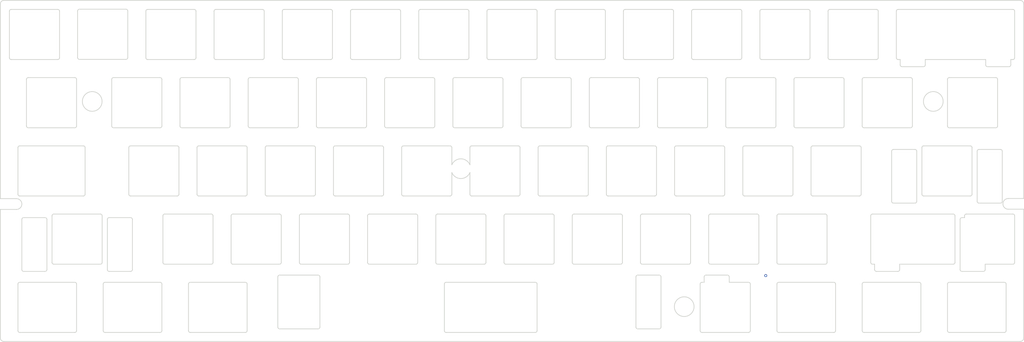
<source format=kicad_pcb>
(kicad_pcb (version 20171130) (host pcbnew "(5.1.4)-1")

  (general
    (thickness 1.6)
    (drawings 597)
    (tracks 1)
    (zones 0)
    (modules 0)
    (nets 1)
  )

  (page A4)
  (layers
    (0 F.Cu signal)
    (31 B.Cu signal)
    (32 B.Adhes user)
    (33 F.Adhes user)
    (34 B.Paste user)
    (35 F.Paste user)
    (36 B.SilkS user)
    (37 F.SilkS user)
    (38 B.Mask user)
    (39 F.Mask user)
    (40 Dwgs.User user)
    (41 Cmts.User user)
    (42 Eco1.User user)
    (43 Eco2.User user)
    (44 Edge.Cuts user)
    (45 Margin user)
    (46 B.CrtYd user)
    (47 F.CrtYd user)
    (48 B.Fab user)
    (49 F.Fab user)
  )

  (setup
    (last_trace_width 0.25)
    (trace_clearance 0.2)
    (zone_clearance 0.508)
    (zone_45_only no)
    (trace_min 0.2)
    (via_size 0.8)
    (via_drill 0.4)
    (via_min_size 0.4)
    (via_min_drill 0.3)
    (uvia_size 0.3)
    (uvia_drill 0.1)
    (uvias_allowed no)
    (uvia_min_size 0.2)
    (uvia_min_drill 0.1)
    (edge_width 0.05)
    (segment_width 0.2)
    (pcb_text_width 0.3)
    (pcb_text_size 1.5 1.5)
    (mod_edge_width 0.12)
    (mod_text_size 1 1)
    (mod_text_width 0.15)
    (pad_size 1.524 1.524)
    (pad_drill 0.762)
    (pad_to_mask_clearance 0.051)
    (solder_mask_min_width 0.25)
    (aux_axis_origin 0 0)
    (visible_elements FFFFFF7F)
    (pcbplotparams
      (layerselection 0x010f0_ffffffff)
      (usegerberextensions false)
      (usegerberattributes false)
      (usegerberadvancedattributes false)
      (creategerberjobfile false)
      (excludeedgelayer true)
      (linewidth 0.100000)
      (plotframeref false)
      (viasonmask false)
      (mode 1)
      (useauxorigin false)
      (hpglpennumber 1)
      (hpglpenspeed 20)
      (hpglpendiameter 15.000000)
      (psnegative false)
      (psa4output false)
      (plotreference true)
      (plotvalue true)
      (plotinvisibletext false)
      (padsonsilk false)
      (subtractmaskfromsilk false)
      (outputformat 1)
      (mirror false)
      (drillshape 0)
      (scaleselection 1)
      (outputdirectory "Gerbers/"))
  )

  (net 0 "")

  (net_class Default "This is the default net class."
    (clearance 0.2)
    (trace_width 0.25)
    (via_dia 0.8)
    (via_drill 0.4)
    (uvia_dia 0.3)
    (uvia_drill 0.1)
  )

  (gr_line (start 294.89 105.29) (end 11.139999 105.29) (layer Edge.Cuts) (width 0.2))
  (gr_line (start 10.14 104.29) (end 10.14 68.415) (layer Edge.Cuts) (width 0.2))
  (gr_arc (start 11.139999 104.29) (end 10.14 104.29) (angle -90) (layer Edge.Cuts) (width 0.2))
  (gr_arc (start 294.89 104.29) (end 294.89 105.29) (angle -90) (layer Edge.Cuts) (width 0.2))
  (gr_line (start 295.89 68.36125) (end 295.89 104.289999) (layer Edge.Cuts) (width 0.2))
  (gr_line (start 291.590001 68.36125) (end 295.89 68.36125) (layer Edge.Cuts) (width 0.2))
  (gr_arc (start 291.590001 66.86125) (end 291.590001 65.36125) (angle -180) (layer Edge.Cuts) (width 0.2))
  (gr_line (start 295.89 65.36125) (end 291.590001 65.36125) (layer Edge.Cuts) (width 0.2))
  (gr_line (start 295.89 11.039999) (end 295.89 65.36125) (layer Edge.Cuts) (width 0.2))
  (gr_arc (start 294.89 11.04) (end 295.89 11.039999) (angle -90) (layer Edge.Cuts) (width 0.2))
  (gr_line (start 11.14 10.04) (end 294.89 10.04) (layer Edge.Cuts) (width 0.2))
  (gr_arc (start 11.14 11.04) (end 11.14 10.04) (angle -90) (layer Edge.Cuts) (width 0.2))
  (gr_line (start 10.14 65.415) (end 10.14 11.04) (layer Edge.Cuts) (width 0.2))
  (gr_line (start 14.640001 65.415) (end 10.14 65.415) (layer Edge.Cuts) (width 0.2))
  (gr_arc (start 14.640001 66.915) (end 14.640001 68.415) (angle -180) (layer Edge.Cuts) (width 0.2))
  (gr_line (start 10.14 68.415) (end 14.640001 68.415) (layer Edge.Cuts) (width 0.2))
  (gr_line (start 108.415 12.565) (end 121.415 12.564999) (layer Edge.Cuts) (width 0.2))
  (gr_arc (start 108.414999 13.065) (end 108.415 12.565) (angle -90) (layer Edge.Cuts) (width 0.2))
  (gr_line (start 107.915 26.064999) (end 107.914999 13.065) (layer Edge.Cuts) (width 0.2))
  (gr_arc (start 108.415 26.065) (end 107.915 26.064999) (angle -90) (layer Edge.Cuts) (width 0.2))
  (gr_line (start 121.415 26.565) (end 108.415 26.565) (layer Edge.Cuts) (width 0.2))
  (gr_arc (start 121.415 26.065) (end 121.415 26.565) (angle -90) (layer Edge.Cuts) (width 0.2))
  (gr_line (start 121.915 13.065) (end 121.915 26.064999) (layer Edge.Cuts) (width 0.2))
  (gr_arc (start 121.415 13.065) (end 121.915 13.065) (angle -90) (layer Edge.Cuts) (width 0.2))
  (gr_line (start 40.00925 85.215) (end 40.009249 71.215) (layer Edge.Cuts) (width 0.2))
  (gr_arc (start 40.509249 85.214999) (end 40.00925 85.215) (angle -90) (layer Edge.Cuts) (width 0.2))
  (gr_line (start 46.50925 85.715) (end 40.50925 85.714999) (layer Edge.Cuts) (width 0.2))
  (gr_arc (start 46.50925 85.215) (end 46.50925 85.715) (angle -90) (layer Edge.Cuts) (width 0.2))
  (gr_line (start 47.00925 71.215) (end 47.00925 85.215) (layer Edge.Cuts) (width 0.2))
  (gr_arc (start 46.50925 71.215) (end 47.00925 71.215) (angle -90) (layer Edge.Cuts) (width 0.2))
  (gr_line (start 40.50925 70.715) (end 46.50925 70.715) (layer Edge.Cuts) (width 0.2))
  (gr_arc (start 40.509249 71.215) (end 40.50925 70.715) (angle -90) (layer Edge.Cuts) (width 0.2))
  (gr_line (start 55.5275 83.215) (end 55.5275 70.215) (layer Edge.Cuts) (width 0.2))
  (gr_arc (start 56.027499 83.215) (end 55.5275 83.215) (angle -90) (layer Edge.Cuts) (width 0.2))
  (gr_line (start 69.0275 83.715) (end 56.0275 83.715) (layer Edge.Cuts) (width 0.2))
  (gr_arc (start 69.0275 83.215) (end 69.0275 83.715) (angle -90) (layer Edge.Cuts) (width 0.2))
  (gr_line (start 69.5275 70.215) (end 69.5275 83.215) (layer Edge.Cuts) (width 0.2))
  (gr_arc (start 69.0275 70.215) (end 69.5275 70.215) (angle -90) (layer Edge.Cuts) (width 0.2))
  (gr_line (start 56.0275 69.715) (end 69.0275 69.715) (layer Edge.Cuts) (width 0.2))
  (gr_arc (start 56.0275 70.215) (end 56.0275 69.715) (angle -90) (layer Edge.Cuts) (width 0.2))
  (gr_line (start 126.965 26.064999) (end 126.964999 13.065) (layer Edge.Cuts) (width 0.2))
  (gr_arc (start 127.465 26.065) (end 126.965 26.064999) (angle -90) (layer Edge.Cuts) (width 0.2))
  (gr_line (start 140.464999 26.565) (end 127.465 26.565) (layer Edge.Cuts) (width 0.2))
  (gr_arc (start 140.464999 26.065) (end 140.464999 26.565) (angle -90) (layer Edge.Cuts) (width 0.2))
  (gr_line (start 140.964999 13.065) (end 140.964999 26.064999) (layer Edge.Cuts) (width 0.2))
  (gr_arc (start 140.464999 13.064999) (end 140.964999 13.065) (angle -90) (layer Edge.Cuts) (width 0.2))
  (gr_line (start 127.465 12.565) (end 140.464999 12.564999) (layer Edge.Cuts) (width 0.2))
  (gr_arc (start 127.464999 13.065) (end 127.465 12.565) (angle -90) (layer Edge.Cuts) (width 0.2))
  (gr_line (start 236.5025 64.165) (end 236.5025 51.165) (layer Edge.Cuts) (width 0.2))
  (gr_arc (start 237.002499 64.165) (end 236.5025 64.165) (angle -90) (layer Edge.Cuts) (width 0.2))
  (gr_line (start 250.0025 64.665) (end 237.0025 64.664999) (layer Edge.Cuts) (width 0.2))
  (gr_arc (start 250.0025 64.164999) (end 250.0025 64.665) (angle -90) (layer Edge.Cuts) (width 0.2))
  (gr_line (start 250.5025 51.165) (end 250.5025 64.165) (layer Edge.Cuts) (width 0.2))
  (gr_arc (start 250.0025 51.164999) (end 250.5025 51.165) (angle -90) (layer Edge.Cuts) (width 0.2))
  (gr_line (start 237.0025 50.665) (end 250.0025 50.665) (layer Edge.Cuts) (width 0.2))
  (gr_arc (start 237.0025 51.165) (end 237.0025 50.665) (angle -90) (layer Edge.Cuts) (width 0.2))
  (gr_line (start 282.89675 66.165) (end 282.89675 52.165) (layer Edge.Cuts) (width 0.2))
  (gr_arc (start 283.396749 66.165) (end 282.89675 66.165) (angle -90) (layer Edge.Cuts) (width 0.2))
  (gr_line (start 289.39675 66.665) (end 283.39675 66.665) (layer Edge.Cuts) (width 0.2))
  (gr_arc (start 289.39675 66.164999) (end 289.39675 66.665) (angle -90) (layer Edge.Cuts) (width 0.2))
  (gr_line (start 289.89675 52.165) (end 289.89675 66.165) (layer Edge.Cuts) (width 0.2))
  (gr_arc (start 289.39675 52.164999) (end 289.89675 52.165) (angle -90) (layer Edge.Cuts) (width 0.2))
  (gr_line (start 283.39675 51.665) (end 289.39675 51.665) (layer Edge.Cuts) (width 0.2))
  (gr_arc (start 283.39675 52.165) (end 283.39675 51.665) (angle -90) (layer Edge.Cuts) (width 0.2))
  (gr_line (start 69.815 26.064999) (end 69.815 13.065) (layer Edge.Cuts) (width 0.2))
  (gr_arc (start 70.315 26.065) (end 69.815 26.064999) (angle -90) (layer Edge.Cuts) (width 0.2))
  (gr_line (start 83.315 26.565) (end 70.314999 26.565) (layer Edge.Cuts) (width 0.2))
  (gr_arc (start 83.315 26.064999) (end 83.315 26.565) (angle -90) (layer Edge.Cuts) (width 0.2))
  (gr_line (start 83.815 13.065) (end 83.815 26.064999) (layer Edge.Cuts) (width 0.2))
  (gr_arc (start 83.314999 13.065) (end 83.815 13.065) (angle -90) (layer Edge.Cuts) (width 0.2))
  (gr_line (start 70.315 12.565) (end 83.314999 12.565) (layer Edge.Cuts) (width 0.2))
  (gr_arc (start 70.315 13.064999) (end 70.315 12.565) (angle -90) (layer Edge.Cuts) (width 0.2))
  (gr_line (start 231.74 45.115) (end 231.74 32.115) (layer Edge.Cuts) (width 0.2))
  (gr_arc (start 232.24 45.115) (end 231.74 45.115) (angle -90) (layer Edge.Cuts) (width 0.2))
  (gr_line (start 245.24 45.615) (end 232.24 45.615) (layer Edge.Cuts) (width 0.2))
  (gr_arc (start 245.24 45.114999) (end 245.24 45.615) (angle -90) (layer Edge.Cuts) (width 0.2))
  (gr_line (start 245.74 32.115) (end 245.74 45.115) (layer Edge.Cuts) (width 0.2))
  (gr_arc (start 245.24 32.114999) (end 245.74 32.115) (angle -90) (layer Edge.Cuts) (width 0.2))
  (gr_line (start 232.24 31.615) (end 245.24 31.614999) (layer Edge.Cuts) (width 0.2))
  (gr_arc (start 232.24 32.115) (end 232.24 31.615) (angle -90) (layer Edge.Cuts) (width 0.2))
  (gr_line (start 274.602499 45.115) (end 274.602499 32.115) (layer Edge.Cuts) (width 0.2))
  (gr_arc (start 275.102499 45.115) (end 274.602499 45.115) (angle -90) (layer Edge.Cuts) (width 0.2))
  (gr_line (start 288.1025 45.615) (end 275.102499 45.615) (layer Edge.Cuts) (width 0.2))
  (gr_arc (start 288.102499 45.114999) (end 288.1025 45.615) (angle -90) (layer Edge.Cuts) (width 0.2))
  (gr_line (start 288.6025 32.115) (end 288.6025 45.115) (layer Edge.Cuts) (width 0.2))
  (gr_arc (start 288.1025 32.115) (end 288.6025 32.115) (angle -90) (layer Edge.Cuts) (width 0.2))
  (gr_line (start 275.102499 31.615) (end 288.1025 31.614999) (layer Edge.Cuts) (width 0.2))
  (gr_arc (start 275.102499 32.115) (end 275.102499 31.615) (angle -90) (layer Edge.Cuts) (width 0.2))
  (gr_line (start 65.0525 64.165) (end 65.0525 51.165) (layer Edge.Cuts) (width 0.2))
  (gr_arc (start 65.5525 64.165) (end 65.0525 64.165) (angle -90) (layer Edge.Cuts) (width 0.2))
  (gr_line (start 78.5525 64.665) (end 65.5525 64.665) (layer Edge.Cuts) (width 0.2))
  (gr_arc (start 78.5525 64.165) (end 78.5525 64.665) (angle -90) (layer Edge.Cuts) (width 0.2))
  (gr_line (start 79.0525 51.165) (end 79.0525 64.165) (layer Edge.Cuts) (width 0.2))
  (gr_arc (start 78.5525 51.164999) (end 79.0525 51.165) (angle -90) (layer Edge.Cuts) (width 0.2))
  (gr_line (start 65.5525 50.665) (end 78.5525 50.665) (layer Edge.Cuts) (width 0.2))
  (gr_arc (start 65.5525 51.165) (end 65.5525 50.665) (angle -90) (layer Edge.Cuts) (width 0.2))
  (gr_line (start 212.69 45.115) (end 212.69 32.115) (layer Edge.Cuts) (width 0.2))
  (gr_arc (start 213.189999 45.115) (end 212.69 45.115) (angle -90) (layer Edge.Cuts) (width 0.2))
  (gr_line (start 226.19 45.615) (end 213.19 45.615) (layer Edge.Cuts) (width 0.2))
  (gr_arc (start 226.19 45.114999) (end 226.19 45.615) (angle -90) (layer Edge.Cuts) (width 0.2))
  (gr_line (start 226.69 32.115) (end 226.69 45.115) (layer Edge.Cuts) (width 0.2))
  (gr_arc (start 226.19 32.114999) (end 226.69 32.115) (angle -90) (layer Edge.Cuts) (width 0.2))
  (gr_line (start 213.19 31.615) (end 226.19 31.614999) (layer Edge.Cuts) (width 0.2))
  (gr_arc (start 213.19 32.115) (end 213.19 31.615) (angle -90) (layer Edge.Cuts) (width 0.2))
  (gr_line (start 79.34 45.115) (end 79.34 32.115) (layer Edge.Cuts) (width 0.2))
  (gr_arc (start 79.839999 45.115) (end 79.34 45.115) (angle -90) (layer Edge.Cuts) (width 0.2))
  (gr_line (start 92.84 45.615) (end 79.839999 45.615) (layer Edge.Cuts) (width 0.2))
  (gr_arc (start 92.84 45.115) (end 92.84 45.615) (angle -90) (layer Edge.Cuts) (width 0.2))
  (gr_line (start 93.34 32.115) (end 93.34 45.115) (layer Edge.Cuts) (width 0.2))
  (gr_arc (start 92.839999 32.115) (end 93.34 32.115) (angle -90) (layer Edge.Cuts) (width 0.2))
  (gr_line (start 79.84 31.615) (end 92.84 31.614999) (layer Edge.Cuts) (width 0.2))
  (gr_arc (start 79.84 32.114999) (end 79.84 31.615) (angle -90) (layer Edge.Cuts) (width 0.2))
  (gr_line (start 46.0025 64.165) (end 46.0025 51.165) (layer Edge.Cuts) (width 0.2))
  (gr_arc (start 46.5025 64.165) (end 46.0025 64.165) (angle -90) (layer Edge.Cuts) (width 0.2))
  (gr_line (start 59.5025 64.665) (end 46.5025 64.665) (layer Edge.Cuts) (width 0.2))
  (gr_arc (start 59.5025 64.165) (end 59.5025 64.665) (angle -90) (layer Edge.Cuts) (width 0.2))
  (gr_line (start 60.0025 51.165) (end 60.0025 64.165) (layer Edge.Cuts) (width 0.2))
  (gr_arc (start 59.5025 51.165) (end 60.0025 51.165) (angle -90) (layer Edge.Cuts) (width 0.2))
  (gr_line (start 46.5025 50.665) (end 59.5025 50.665) (layer Edge.Cuts) (width 0.2))
  (gr_arc (start 46.5025 51.164999) (end 46.5025 50.665) (angle -90) (layer Edge.Cuts) (width 0.2))
  (gr_line (start 193.64 45.115) (end 193.64 32.115) (layer Edge.Cuts) (width 0.2))
  (gr_arc (start 194.139999 45.115) (end 193.64 45.115) (angle -90) (layer Edge.Cuts) (width 0.2))
  (gr_line (start 207.14 45.615) (end 194.14 45.615) (layer Edge.Cuts) (width 0.2))
  (gr_arc (start 207.14 45.114999) (end 207.14 45.615) (angle -90) (layer Edge.Cuts) (width 0.2))
  (gr_line (start 207.64 32.115) (end 207.64 45.115) (layer Edge.Cuts) (width 0.2))
  (gr_arc (start 207.14 32.114999) (end 207.64 32.115) (angle -90) (layer Edge.Cuts) (width 0.2))
  (gr_line (start 194.14 31.615) (end 207.14 31.614999) (layer Edge.Cuts) (width 0.2))
  (gr_arc (start 194.14 32.115) (end 194.14 31.615) (angle -90) (layer Edge.Cuts) (width 0.2))
  (gr_line (start 136.49 45.115) (end 136.49 32.115) (layer Edge.Cuts) (width 0.2))
  (gr_arc (start 136.99 45.114999) (end 136.49 45.115) (angle -90) (layer Edge.Cuts) (width 0.2))
  (gr_line (start 149.99 45.615) (end 136.99 45.615) (layer Edge.Cuts) (width 0.2))
  (gr_arc (start 149.99 45.115) (end 149.99 45.615) (angle -90) (layer Edge.Cuts) (width 0.2))
  (gr_line (start 150.49 32.115) (end 150.49 45.115) (layer Edge.Cuts) (width 0.2))
  (gr_arc (start 149.99 32.114999) (end 150.49 32.115) (angle -90) (layer Edge.Cuts) (width 0.2))
  (gr_line (start 136.99 31.615) (end 149.99 31.614999) (layer Edge.Cuts) (width 0.2))
  (gr_arc (start 136.99 32.115) (end 136.99 31.615) (angle -90) (layer Edge.Cuts) (width 0.2))
  (gr_line (start 155.54 45.115) (end 155.54 32.115) (layer Edge.Cuts) (width 0.2))
  (gr_arc (start 156.04 45.114999) (end 155.54 45.115) (angle -90) (layer Edge.Cuts) (width 0.2))
  (gr_line (start 169.04 45.615) (end 156.04 45.615) (layer Edge.Cuts) (width 0.2))
  (gr_arc (start 169.04 45.115) (end 169.04 45.615) (angle -90) (layer Edge.Cuts) (width 0.2))
  (gr_line (start 169.54 32.115) (end 169.54 45.115) (layer Edge.Cuts) (width 0.2))
  (gr_arc (start 169.04 32.114999) (end 169.54 32.115) (angle -90) (layer Edge.Cuts) (width 0.2))
  (gr_line (start 156.04 31.615) (end 169.04 31.614999) (layer Edge.Cuts) (width 0.2))
  (gr_arc (start 156.04 32.115) (end 156.04 31.615) (angle -90) (layer Edge.Cuts) (width 0.2))
  (gr_line (start 174.59 45.115) (end 174.59 32.115) (layer Edge.Cuts) (width 0.2))
  (gr_arc (start 175.089999 45.115) (end 174.59 45.115) (angle -90) (layer Edge.Cuts) (width 0.2))
  (gr_line (start 188.09 45.615) (end 175.09 45.615) (layer Edge.Cuts) (width 0.2))
  (gr_arc (start 188.089999 45.114999) (end 188.09 45.615) (angle -90) (layer Edge.Cuts) (width 0.2))
  (gr_line (start 188.59 32.115) (end 188.59 45.115) (layer Edge.Cuts) (width 0.2))
  (gr_arc (start 188.09 32.114999) (end 188.59 32.115) (angle -90) (layer Edge.Cuts) (width 0.2))
  (gr_line (start 175.09 31.615) (end 188.09 31.614999) (layer Edge.Cuts) (width 0.2))
  (gr_arc (start 175.09 32.115) (end 175.09 31.615) (angle -90) (layer Edge.Cuts) (width 0.2))
  (gr_line (start 117.44 45.115) (end 117.44 32.115) (layer Edge.Cuts) (width 0.2))
  (gr_arc (start 117.94 45.115) (end 117.44 45.115) (angle -90) (layer Edge.Cuts) (width 0.2))
  (gr_line (start 130.94 45.615) (end 117.94 45.615) (layer Edge.Cuts) (width 0.2))
  (gr_arc (start 130.939999 45.115) (end 130.94 45.615) (angle -90) (layer Edge.Cuts) (width 0.2))
  (gr_line (start 131.44 32.115) (end 131.439999 45.115) (layer Edge.Cuts) (width 0.2))
  (gr_arc (start 130.939999 32.115) (end 131.44 32.115) (angle -90) (layer Edge.Cuts) (width 0.2))
  (gr_line (start 117.94 31.615) (end 130.94 31.614999) (layer Edge.Cuts) (width 0.2))
  (gr_arc (start 117.94 32.114999) (end 117.94 31.615) (angle -90) (layer Edge.Cuts) (width 0.2))
  (gr_line (start 75.0775 69.715) (end 88.0775 69.715) (layer Edge.Cuts) (width 0.2))
  (gr_arc (start 75.077499 70.214999) (end 75.0775 69.715) (angle -90) (layer Edge.Cuts) (width 0.2))
  (gr_line (start 74.5775 83.215) (end 74.5775 70.215) (layer Edge.Cuts) (width 0.2))
  (gr_arc (start 75.0775 83.215) (end 74.5775 83.215) (angle -90) (layer Edge.Cuts) (width 0.2))
  (gr_line (start 88.0775 83.715) (end 75.077499 83.715) (layer Edge.Cuts) (width 0.2))
  (gr_arc (start 88.0775 83.215) (end 88.0775 83.715) (angle -90) (layer Edge.Cuts) (width 0.2))
  (gr_line (start 88.5775 70.215) (end 88.5775 83.215) (layer Edge.Cuts) (width 0.2))
  (gr_arc (start 88.0775 70.215) (end 88.5775 70.215) (angle -90) (layer Edge.Cuts) (width 0.2))
  (gr_arc (start 189.3775 70.215) (end 189.3775 69.715) (angle -90) (layer Edge.Cuts) (width 0.2))
  (gr_line (start 202.3775 69.715) (end 189.3775 69.715) (layer Edge.Cuts) (width 0.2))
  (gr_arc (start 202.3775 70.214999) (end 202.8775 70.215) (angle -90) (layer Edge.Cuts) (width 0.2))
  (gr_line (start 202.8775 83.215) (end 202.8775 70.215) (layer Edge.Cuts) (width 0.2))
  (gr_arc (start 202.377499 83.214999) (end 202.3775 83.715) (angle -90) (layer Edge.Cuts) (width 0.2))
  (gr_line (start 189.3775 83.715) (end 202.3775 83.715) (layer Edge.Cuts) (width 0.2))
  (gr_arc (start 189.377499 83.215) (end 188.8775 83.215) (angle -90) (layer Edge.Cuts) (width 0.2))
  (gr_line (start 188.8775 70.215) (end 188.8775 83.215) (layer Edge.Cuts) (width 0.2))
  (gr_arc (start 94.127499 70.215) (end 94.1275 69.715) (angle -90) (layer Edge.Cuts) (width 0.2))
  (gr_line (start 107.1275 69.715) (end 94.1275 69.715) (layer Edge.Cuts) (width 0.2))
  (gr_arc (start 107.1275 70.214999) (end 107.6275 70.215) (angle -90) (layer Edge.Cuts) (width 0.2))
  (gr_line (start 107.6275 83.215) (end 107.6275 70.215) (layer Edge.Cuts) (width 0.2))
  (gr_arc (start 107.1275 83.215) (end 107.1275 83.715) (angle -90) (layer Edge.Cuts) (width 0.2))
  (gr_line (start 94.1275 83.715) (end 107.1275 83.715) (layer Edge.Cuts) (width 0.2))
  (gr_arc (start 94.1275 83.215) (end 93.627499 83.215) (angle -90) (layer Edge.Cuts) (width 0.2))
  (gr_line (start 93.627499 70.215) (end 93.627499 83.215) (layer Edge.Cuts) (width 0.2))
  (gr_arc (start 132.227499 70.215) (end 132.2275 69.715) (angle -90) (layer Edge.Cuts) (width 0.2))
  (gr_line (start 145.2275 69.715) (end 132.2275 69.715) (layer Edge.Cuts) (width 0.2))
  (gr_arc (start 145.2275 70.215) (end 145.7275 70.215) (angle -90) (layer Edge.Cuts) (width 0.2))
  (gr_line (start 145.7275 83.215) (end 145.7275 70.215) (layer Edge.Cuts) (width 0.2))
  (gr_arc (start 145.2275 83.215) (end 145.2275 83.715) (angle -90) (layer Edge.Cuts) (width 0.2))
  (gr_line (start 132.2275 83.715) (end 145.2275 83.715) (layer Edge.Cuts) (width 0.2))
  (gr_arc (start 132.2275 83.215) (end 131.7275 83.215) (angle -90) (layer Edge.Cuts) (width 0.2))
  (gr_line (start 131.7275 70.215) (end 131.7275 83.215) (layer Edge.Cuts) (width 0.2))
  (gr_line (start 112.6775 83.215) (end 112.6775 70.215) (layer Edge.Cuts) (width 0.2))
  (gr_arc (start 113.1775 83.215) (end 112.6775 83.215) (angle -90) (layer Edge.Cuts) (width 0.2))
  (gr_line (start 126.1775 83.715) (end 113.1775 83.715) (layer Edge.Cuts) (width 0.2))
  (gr_arc (start 126.1775 83.215) (end 126.1775 83.715) (angle -90) (layer Edge.Cuts) (width 0.2))
  (gr_line (start 126.6775 70.215) (end 126.6775 83.215) (layer Edge.Cuts) (width 0.2))
  (gr_arc (start 126.177499 70.215) (end 126.6775 70.215) (angle -90) (layer Edge.Cuts) (width 0.2))
  (gr_line (start 113.1775 69.715) (end 126.177499 69.714999) (layer Edge.Cuts) (width 0.2))
  (gr_arc (start 113.177499 70.215) (end 113.1775 69.715) (angle -90) (layer Edge.Cuts) (width 0.2))
  (gr_arc (start 151.2775 70.214999) (end 151.2775 69.715) (angle -90) (layer Edge.Cuts) (width 0.2))
  (gr_line (start 164.2775 69.715) (end 151.2775 69.715) (layer Edge.Cuts) (width 0.2))
  (gr_arc (start 164.2775 70.215) (end 164.7775 70.215) (angle -90) (layer Edge.Cuts) (width 0.2))
  (gr_line (start 164.7775 83.215) (end 164.7775 70.215) (layer Edge.Cuts) (width 0.2))
  (gr_arc (start 164.2775 83.214999) (end 164.2775 83.715) (angle -90) (layer Edge.Cuts) (width 0.2))
  (gr_line (start 151.2775 83.715) (end 164.2775 83.715) (layer Edge.Cuts) (width 0.2))
  (gr_arc (start 151.2775 83.215) (end 150.7775 83.215) (angle -90) (layer Edge.Cuts) (width 0.2))
  (gr_line (start 150.7775 70.215) (end 150.7775 83.215) (layer Edge.Cuts) (width 0.2))
  (gr_line (start 169.8275 83.215) (end 169.8275 70.215) (layer Edge.Cuts) (width 0.2))
  (gr_arc (start 170.3275 83.215) (end 169.8275 83.215) (angle -90) (layer Edge.Cuts) (width 0.2))
  (gr_line (start 183.3275 83.715) (end 170.3275 83.715) (layer Edge.Cuts) (width 0.2))
  (gr_arc (start 183.327499 83.214999) (end 183.3275 83.715) (angle -90) (layer Edge.Cuts) (width 0.2))
  (gr_line (start 183.8275 70.215) (end 183.8275 83.215) (layer Edge.Cuts) (width 0.2))
  (gr_arc (start 183.3275 70.214999) (end 183.8275 70.215) (angle -90) (layer Edge.Cuts) (width 0.2))
  (gr_line (start 170.3275 69.715) (end 183.3275 69.715) (layer Edge.Cuts) (width 0.2))
  (gr_arc (start 170.3275 70.215) (end 170.3275 69.715) (angle -90) (layer Edge.Cuts) (width 0.2))
  (gr_arc (start 208.4275 70.215) (end 208.4275 69.715) (angle -90) (layer Edge.Cuts) (width 0.2))
  (gr_line (start 221.4275 69.715) (end 208.4275 69.715) (layer Edge.Cuts) (width 0.2))
  (gr_arc (start 221.4275 70.214999) (end 221.9275 70.215) (angle -90) (layer Edge.Cuts) (width 0.2))
  (gr_line (start 221.9275 83.215) (end 221.9275 70.215) (layer Edge.Cuts) (width 0.2))
  (gr_arc (start 221.4275 83.214999) (end 221.4275 83.715) (angle -90) (layer Edge.Cuts) (width 0.2))
  (gr_line (start 208.4275 83.715) (end 221.4275 83.715) (layer Edge.Cuts) (width 0.2))
  (gr_arc (start 208.427499 83.215) (end 207.9275 83.215) (angle -90) (layer Edge.Cuts) (width 0.2))
  (gr_line (start 207.9275 70.215) (end 207.9275 83.215) (layer Edge.Cuts) (width 0.2))
  (gr_arc (start 278.63425 71.215) (end 278.63425 70.715) (angle -90) (layer Edge.Cuts) (width 0.2))
  (gr_line (start 279.365 70.715) (end 278.63425 70.715) (layer Edge.Cuts) (width 0.2))
  (gr_line (start 279.365 70.215) (end 279.365 70.715) (layer Edge.Cuts) (width 0.2))
  (gr_arc (start 279.865 70.215) (end 279.865 69.715) (angle -90) (layer Edge.Cuts) (width 0.2))
  (gr_line (start 292.865 69.715) (end 279.865 69.715) (layer Edge.Cuts) (width 0.2))
  (gr_arc (start 292.865 70.214999) (end 293.365 70.215) (angle -90) (layer Edge.Cuts) (width 0.2))
  (gr_line (start 293.365 83.215) (end 293.365 70.215) (layer Edge.Cuts) (width 0.2))
  (gr_arc (start 292.865 83.214999) (end 292.865 83.715) (angle -90) (layer Edge.Cuts) (width 0.2))
  (gr_line (start 285.13425 83.715) (end 292.865 83.715) (layer Edge.Cuts) (width 0.2))
  (gr_line (start 285.13425 85.215) (end 285.13425 83.715) (layer Edge.Cuts) (width 0.2))
  (gr_arc (start 284.63425 85.214999) (end 284.63425 85.715) (angle -90) (layer Edge.Cuts) (width 0.2))
  (gr_line (start 278.63425 85.715) (end 284.63425 85.715) (layer Edge.Cuts) (width 0.2))
  (gr_arc (start 278.63425 85.215) (end 278.13425 85.215) (angle -90) (layer Edge.Cuts) (width 0.2))
  (gr_line (start 278.13425 71.215) (end 278.13425 85.215) (layer Edge.Cuts) (width 0.2))
  (gr_line (start 226.9775 83.215) (end 226.9775 70.215) (layer Edge.Cuts) (width 0.2))
  (gr_arc (start 227.477499 83.215) (end 226.9775 83.215) (angle -90) (layer Edge.Cuts) (width 0.2))
  (gr_line (start 240.4775 83.715) (end 227.4775 83.714999) (layer Edge.Cuts) (width 0.2))
  (gr_arc (start 240.4775 83.214999) (end 240.4775 83.715) (angle -90) (layer Edge.Cuts) (width 0.2))
  (gr_line (start 240.9775 70.215) (end 240.9775 83.215) (layer Edge.Cuts) (width 0.2))
  (gr_arc (start 240.4775 70.214999) (end 240.9775 70.215) (angle -90) (layer Edge.Cuts) (width 0.2))
  (gr_line (start 227.4775 69.715) (end 240.4775 69.715) (layer Edge.Cuts) (width 0.2))
  (gr_arc (start 227.4775 70.215) (end 227.4775 69.715) (angle -90) (layer Edge.Cuts) (width 0.2))
  (gr_line (start 194.10875 101.765) (end 188.10875 101.765) (layer Edge.Cuts) (width 0.2))
  (gr_arc (start 194.10875 101.264999) (end 194.10875 101.765) (angle -90) (layer Edge.Cuts) (width 0.2))
  (gr_line (start 194.60875 87.265) (end 194.60875 101.265) (layer Edge.Cuts) (width 0.2))
  (gr_arc (start 194.10875 87.264999) (end 194.60875 87.265) (angle -90) (layer Edge.Cuts) (width 0.2))
  (gr_line (start 188.10875 86.765) (end 194.10875 86.765) (layer Edge.Cuts) (width 0.2))
  (gr_arc (start 188.108749 87.265) (end 188.10875 86.765) (angle -90) (layer Edge.Cuts) (width 0.2))
  (gr_line (start 187.60875 101.265) (end 187.608749 87.265) (layer Edge.Cuts) (width 0.2))
  (gr_arc (start 188.10875 101.264999) (end 187.60875 101.265) (angle -90) (layer Edge.Cuts) (width 0.2))
  (gr_line (start 134.60875 88.765) (end 159.515 88.764999) (layer Edge.Cuts) (width 0.2))
  (gr_arc (start 134.608749 89.264999) (end 134.60875 88.765) (angle -90) (layer Edge.Cuts) (width 0.2))
  (gr_line (start 134.10875 102.265) (end 134.10875 89.265) (layer Edge.Cuts) (width 0.2))
  (gr_arc (start 134.60875 102.264999) (end 134.10875 102.265) (angle -90) (layer Edge.Cuts) (width 0.2))
  (gr_line (start 159.515 102.765) (end 134.60875 102.765) (layer Edge.Cuts) (width 0.2))
  (gr_arc (start 159.515 102.265) (end 159.515 102.765) (angle -90) (layer Edge.Cuts) (width 0.2))
  (gr_line (start 160.015 89.265) (end 160.015 102.265) (layer Edge.Cuts) (width 0.2))
  (gr_arc (start 159.515 89.265) (end 160.015 89.265) (angle -90) (layer Edge.Cuts) (width 0.2))
  (gr_arc (start 98.865 101.265) (end 98.865 101.765) (angle -90) (layer Edge.Cuts) (width 0.2))
  (gr_line (start 88.10875 101.765) (end 98.865 101.765) (layer Edge.Cuts) (width 0.2))
  (gr_arc (start 88.108749 101.265) (end 87.60875 101.265) (angle -90) (layer Edge.Cuts) (width 0.2))
  (gr_line (start 87.60875 87.265) (end 87.60875 101.265) (layer Edge.Cuts) (width 0.2))
  (gr_arc (start 88.108749 87.264999) (end 88.10875 86.765) (angle -90) (layer Edge.Cuts) (width 0.2))
  (gr_line (start 98.865 86.765) (end 88.10875 86.765) (layer Edge.Cuts) (width 0.2))
  (gr_arc (start 98.865 87.265) (end 99.365 87.265) (angle -90) (layer Edge.Cuts) (width 0.2))
  (gr_line (start 99.365 101.265) (end 99.365 87.265) (layer Edge.Cuts) (width 0.2))
  (gr_line (start 39.35875 88.765) (end 54.739999 88.765) (layer Edge.Cuts) (width 0.2))
  (gr_arc (start 39.358749 89.265) (end 39.35875 88.765) (angle -90) (layer Edge.Cuts) (width 0.2))
  (gr_line (start 38.85875 102.265) (end 38.858749 89.265) (layer Edge.Cuts) (width 0.2))
  (gr_arc (start 39.358749 102.265) (end 38.85875 102.265) (angle -90) (layer Edge.Cuts) (width 0.2))
  (gr_line (start 54.74 102.765) (end 39.35875 102.765) (layer Edge.Cuts) (width 0.2))
  (gr_arc (start 54.74 102.265) (end 54.74 102.765) (angle -90) (layer Edge.Cuts) (width 0.2))
  (gr_line (start 55.239999 89.265) (end 55.24 102.265) (layer Edge.Cuts) (width 0.2))
  (gr_arc (start 54.739999 89.265) (end 55.239999 89.265) (angle -90) (layer Edge.Cuts) (width 0.2))
  (gr_line (start 63.17125 88.765) (end 78.5525 88.765) (layer Edge.Cuts) (width 0.2))
  (gr_arc (start 63.17125 89.265) (end 63.17125 88.765) (angle -90) (layer Edge.Cuts) (width 0.2))
  (gr_line (start 62.67125 102.265) (end 62.67125 89.265) (layer Edge.Cuts) (width 0.2))
  (gr_arc (start 63.17125 102.265) (end 62.67125 102.265) (angle -90) (layer Edge.Cuts) (width 0.2))
  (gr_line (start 78.5525 102.765) (end 63.17125 102.765) (layer Edge.Cuts) (width 0.2))
  (gr_arc (start 78.552499 102.264999) (end 78.5525 102.765) (angle -90) (layer Edge.Cuts) (width 0.2))
  (gr_line (start 79.0525 89.265) (end 79.0525 102.265) (layer Edge.Cuts) (width 0.2))
  (gr_arc (start 78.5525 89.265) (end 79.0525 89.265) (angle -90) (layer Edge.Cuts) (width 0.2))
  (gr_line (start 15.546249 88.765) (end 30.9275 88.765) (layer Edge.Cuts) (width 0.2))
  (gr_arc (start 15.54625 89.265) (end 15.546249 88.765) (angle -90) (layer Edge.Cuts) (width 0.2))
  (gr_line (start 15.04625 102.265) (end 15.04625 89.265) (layer Edge.Cuts) (width 0.2))
  (gr_arc (start 15.54625 102.265) (end 15.04625 102.265) (angle -90) (layer Edge.Cuts) (width 0.2))
  (gr_line (start 30.9275 102.765) (end 15.546249 102.765) (layer Edge.Cuts) (width 0.2))
  (gr_arc (start 30.927499 102.265) (end 30.9275 102.765) (angle -90) (layer Edge.Cuts) (width 0.2))
  (gr_line (start 31.4275 89.265) (end 31.4275 102.265) (layer Edge.Cuts) (width 0.2))
  (gr_arc (start 30.9275 89.265) (end 31.4275 89.265) (angle -90) (layer Edge.Cuts) (width 0.2))
  (gr_line (start 15.546249 50.665) (end 33.30875 50.665) (layer Edge.Cuts) (width 0.2))
  (gr_arc (start 15.54625 51.165) (end 15.546249 50.665) (angle -90) (layer Edge.Cuts) (width 0.2))
  (gr_line (start 15.04625 64.165) (end 15.04625 51.165) (layer Edge.Cuts) (width 0.2))
  (gr_arc (start 15.546249 64.165) (end 15.04625 64.165) (angle -90) (layer Edge.Cuts) (width 0.2))
  (gr_line (start 33.30875 64.665) (end 15.546249 64.665) (layer Edge.Cuts) (width 0.2))
  (gr_arc (start 33.30875 64.165) (end 33.30875 64.665) (angle -90) (layer Edge.Cuts) (width 0.2))
  (gr_line (start 33.80875 51.165) (end 33.80875 64.165) (layer Edge.Cuts) (width 0.2))
  (gr_arc (start 33.30875 51.165) (end 33.80875 51.165) (angle -90) (layer Edge.Cuts) (width 0.2))
  (gr_line (start 207.165 86.765) (end 213.165 86.765) (layer Edge.Cuts) (width 0.2))
  (gr_arc (start 207.164999 87.264999) (end 207.165 86.765) (angle -90) (layer Edge.Cuts) (width 0.2))
  (gr_line (start 206.665 88.765) (end 206.664999 87.265) (layer Edge.Cuts) (width 0.2))
  (gr_line (start 206.04625 88.765) (end 206.665 88.765) (layer Edge.Cuts) (width 0.2))
  (gr_arc (start 206.04625 89.265) (end 206.04625 88.765) (angle -90) (layer Edge.Cuts) (width 0.2))
  (gr_line (start 205.54625 102.265) (end 205.54625 89.265) (layer Edge.Cuts) (width 0.2))
  (gr_arc (start 206.04625 102.265) (end 205.54625 102.265) (angle -90) (layer Edge.Cuts) (width 0.2))
  (gr_line (start 219.04625 102.765) (end 206.04625 102.765) (layer Edge.Cuts) (width 0.2))
  (gr_arc (start 219.04625 102.265) (end 219.04625 102.765) (angle -90) (layer Edge.Cuts) (width 0.2))
  (gr_line (start 219.54625 89.265) (end 219.546249 102.265) (layer Edge.Cuts) (width 0.2))
  (gr_arc (start 219.04625 89.264999) (end 219.54625 89.265) (angle -90) (layer Edge.Cuts) (width 0.2))
  (gr_line (start 213.665 88.765) (end 219.04625 88.765) (layer Edge.Cuts) (width 0.2))
  (gr_line (start 213.665 87.265) (end 213.665 88.765) (layer Edge.Cuts) (width 0.2))
  (gr_arc (start 213.165 87.264999) (end 213.665 87.265) (angle -90) (layer Edge.Cuts) (width 0.2))
  (gr_line (start 227.4775 88.765) (end 242.85875 88.765) (layer Edge.Cuts) (width 0.2))
  (gr_arc (start 227.4775 89.265) (end 227.4775 88.765) (angle -90) (layer Edge.Cuts) (width 0.2))
  (gr_line (start 226.9775 102.265) (end 226.9775 89.265) (layer Edge.Cuts) (width 0.2))
  (gr_arc (start 227.4775 102.265) (end 226.9775 102.265) (angle -90) (layer Edge.Cuts) (width 0.2))
  (gr_line (start 242.85875 102.765) (end 227.4775 102.765) (layer Edge.Cuts) (width 0.2))
  (gr_arc (start 242.85875 102.265) (end 242.85875 102.765) (angle -90) (layer Edge.Cuts) (width 0.2))
  (gr_line (start 243.35875 89.265) (end 243.35875 102.265) (layer Edge.Cuts) (width 0.2))
  (gr_arc (start 242.85875 89.264999) (end 243.35875 89.265) (angle -90) (layer Edge.Cuts) (width 0.2))
  (gr_arc (start 251.29 89.265) (end 251.29 88.765) (angle -90) (layer Edge.Cuts) (width 0.2))
  (gr_line (start 266.67125 88.765) (end 251.29 88.765) (layer Edge.Cuts) (width 0.2))
  (gr_arc (start 266.67125 89.265) (end 267.17125 89.265) (angle -90) (layer Edge.Cuts) (width 0.2))
  (gr_line (start 267.17125 102.265) (end 267.17125 89.265) (layer Edge.Cuts) (width 0.2))
  (gr_arc (start 266.67125 102.264999) (end 266.67125 102.765) (angle -90) (layer Edge.Cuts) (width 0.2))
  (gr_line (start 251.29 102.765) (end 266.67125 102.765) (layer Edge.Cuts) (width 0.2))
  (gr_arc (start 251.29 102.265) (end 250.79 102.265) (angle -90) (layer Edge.Cuts) (width 0.2))
  (gr_line (start 250.79 89.265) (end 250.79 102.265) (layer Edge.Cuts) (width 0.2))
  (gr_arc (start 260.815 13.065) (end 260.815 12.565) (angle -90) (layer Edge.Cuts) (width 0.2))
  (gr_line (start 292.865 12.564999) (end 260.815 12.565) (layer Edge.Cuts) (width 0.2))
  (gr_arc (start 292.865 13.064999) (end 293.365 13.065) (angle -90) (layer Edge.Cuts) (width 0.2))
  (gr_line (start 293.365 26.064999) (end 293.365 13.065) (layer Edge.Cuts) (width 0.2))
  (gr_arc (start 292.865 26.064999) (end 292.865 26.565) (angle -90) (layer Edge.Cuts) (width 0.2))
  (gr_line (start 292.278 26.564999) (end 292.865 26.565) (layer Edge.Cuts) (width 0.2))
  (gr_line (start 292.278 28.065) (end 292.278 26.564999) (layer Edge.Cuts) (width 0.2))
  (gr_arc (start 291.778 28.064999) (end 291.778 28.565) (angle -90) (layer Edge.Cuts) (width 0.2))
  (gr_line (start 285.778 28.565) (end 291.778 28.565) (layer Edge.Cuts) (width 0.2))
  (gr_arc (start 285.778 28.064999) (end 285.278 28.065) (angle -90) (layer Edge.Cuts) (width 0.2))
  (gr_line (start 285.278 26.564999) (end 285.278 28.065) (layer Edge.Cuts) (width 0.2))
  (gr_line (start 268.402 26.564999) (end 285.278 26.564999) (layer Edge.Cuts) (width 0.2))
  (gr_line (start 268.402 28.065) (end 268.402 26.564999) (layer Edge.Cuts) (width 0.2))
  (gr_arc (start 267.902 28.064999) (end 267.902 28.565) (angle -90) (layer Edge.Cuts) (width 0.2))
  (gr_line (start 261.902 28.565) (end 267.902 28.565) (layer Edge.Cuts) (width 0.2))
  (gr_arc (start 261.901999 28.065) (end 261.402 28.065) (angle -90) (layer Edge.Cuts) (width 0.2))
  (gr_line (start 261.402 26.564999) (end 261.402 28.065) (layer Edge.Cuts) (width 0.2))
  (gr_line (start 260.815 26.564999) (end 261.402 26.564999) (layer Edge.Cuts) (width 0.2))
  (gr_arc (start 260.814999 26.065) (end 260.315 26.064999) (angle -90) (layer Edge.Cuts) (width 0.2))
  (gr_line (start 260.315 13.065) (end 260.315 26.064999) (layer Edge.Cuts) (width 0.2))
  (gr_line (start 250.79 45.115) (end 250.79 32.115) (layer Edge.Cuts) (width 0.2))
  (gr_arc (start 251.29 45.115) (end 250.79 45.115) (angle -90) (layer Edge.Cuts) (width 0.2))
  (gr_line (start 264.29 45.615) (end 251.29 45.615) (layer Edge.Cuts) (width 0.2))
  (gr_arc (start 264.29 45.114999) (end 264.29 45.615) (angle -90) (layer Edge.Cuts) (width 0.2))
  (gr_line (start 264.79 32.115) (end 264.79 45.115) (layer Edge.Cuts) (width 0.2))
  (gr_arc (start 264.29 32.114999) (end 264.79 32.115) (angle -90) (layer Edge.Cuts) (width 0.2))
  (gr_line (start 251.29 31.615) (end 264.29 31.614999) (layer Edge.Cuts) (width 0.2))
  (gr_arc (start 251.29 32.115) (end 251.29 31.615) (angle -90) (layer Edge.Cuts) (width 0.2))
  (gr_line (start 24.57125 83.215) (end 24.571249 70.215) (layer Edge.Cuts) (width 0.2))
  (gr_arc (start 25.07125 83.215) (end 24.57125 83.215) (angle -90) (layer Edge.Cuts) (width 0.2))
  (gr_line (start 38.07125 83.715) (end 25.071249 83.715) (layer Edge.Cuts) (width 0.2))
  (gr_arc (start 38.07125 83.215) (end 38.07125 83.715) (angle -90) (layer Edge.Cuts) (width 0.2))
  (gr_line (start 38.57125 70.215) (end 38.57125 83.215) (layer Edge.Cuts) (width 0.2))
  (gr_arc (start 38.07125 70.215) (end 38.57125 70.215) (angle -90) (layer Edge.Cuts) (width 0.2))
  (gr_line (start 25.07125 69.715) (end 38.07125 69.715) (layer Edge.Cuts) (width 0.2))
  (gr_arc (start 25.071249 70.215) (end 25.07125 69.715) (angle -90) (layer Edge.Cuts) (width 0.2))
  (gr_line (start 275.102499 88.765) (end 290.48375 88.765) (layer Edge.Cuts) (width 0.2))
  (gr_arc (start 275.102499 89.265) (end 275.102499 88.765) (angle -90) (layer Edge.Cuts) (width 0.2))
  (gr_line (start 274.602499 102.265) (end 274.602499 89.265) (layer Edge.Cuts) (width 0.2))
  (gr_arc (start 275.102499 102.265) (end 274.602499 102.265) (angle -90) (layer Edge.Cuts) (width 0.2))
  (gr_line (start 290.48375 102.765) (end 275.102499 102.765) (layer Edge.Cuts) (width 0.2))
  (gr_arc (start 290.48375 102.265) (end 290.48375 102.765) (angle -90) (layer Edge.Cuts) (width 0.2))
  (gr_line (start 290.98375 89.265) (end 290.98375 102.265) (layer Edge.Cuts) (width 0.2))
  (gr_arc (start 290.48375 89.264999) (end 290.98375 89.265) (angle -90) (layer Edge.Cuts) (width 0.2))
  (gr_line (start 217.4525 64.165) (end 217.4525 51.165) (layer Edge.Cuts) (width 0.2))
  (gr_arc (start 217.952499 64.165) (end 217.4525 64.165) (angle -90) (layer Edge.Cuts) (width 0.2))
  (gr_line (start 230.9525 64.665) (end 217.9525 64.664999) (layer Edge.Cuts) (width 0.2))
  (gr_arc (start 230.9525 64.164999) (end 230.9525 64.665) (angle -90) (layer Edge.Cuts) (width 0.2))
  (gr_line (start 231.4525 51.165) (end 231.4525 64.165) (layer Edge.Cuts) (width 0.2))
  (gr_arc (start 230.9525 51.164999) (end 231.4525 51.165) (angle -90) (layer Edge.Cuts) (width 0.2))
  (gr_line (start 217.9525 50.665) (end 230.9525 50.665) (layer Edge.Cuts) (width 0.2))
  (gr_arc (start 217.9525 51.165) (end 217.9525 50.665) (angle -90) (layer Edge.Cuts) (width 0.2))
  (gr_line (start 184.115 26.064999) (end 184.114999 13.065) (layer Edge.Cuts) (width 0.2))
  (gr_arc (start 184.615 26.065) (end 184.115 26.064999) (angle -90) (layer Edge.Cuts) (width 0.2))
  (gr_line (start 197.615 26.565) (end 184.615 26.565) (layer Edge.Cuts) (width 0.2))
  (gr_arc (start 197.615 26.064999) (end 197.615 26.565) (angle -90) (layer Edge.Cuts) (width 0.2))
  (gr_line (start 198.115 13.065) (end 198.115 26.064999) (layer Edge.Cuts) (width 0.2))
  (gr_arc (start 197.615 13.064999) (end 198.115 13.065) (angle -90) (layer Edge.Cuts) (width 0.2))
  (gr_line (start 184.615 12.565) (end 197.615 12.564999) (layer Edge.Cuts) (width 0.2))
  (gr_arc (start 184.615 13.065) (end 184.615 12.565) (angle -90) (layer Edge.Cuts) (width 0.2))
  (gr_line (start 84.6025 50.665) (end 97.6025 50.664999) (layer Edge.Cuts) (width 0.2))
  (gr_arc (start 84.6025 51.165) (end 84.6025 50.665) (angle -90) (layer Edge.Cuts) (width 0.2))
  (gr_line (start 84.1025 64.165) (end 84.1025 51.165) (layer Edge.Cuts) (width 0.2))
  (gr_arc (start 84.6025 64.165) (end 84.1025 64.165) (angle -90) (layer Edge.Cuts) (width 0.2))
  (gr_line (start 97.6025 64.665) (end 84.602499 64.665) (layer Edge.Cuts) (width 0.2))
  (gr_arc (start 97.6025 64.165) (end 97.6025 64.665) (angle -90) (layer Edge.Cuts) (width 0.2))
  (gr_line (start 98.1025 51.165) (end 98.1025 64.165) (layer Edge.Cuts) (width 0.2))
  (gr_arc (start 97.6025 51.165) (end 98.1025 51.165) (angle -90) (layer Edge.Cuts) (width 0.2))
  (gr_line (start 198.4025 64.165) (end 198.4025 51.165) (layer Edge.Cuts) (width 0.2))
  (gr_arc (start 198.902499 64.165) (end 198.4025 64.165) (angle -90) (layer Edge.Cuts) (width 0.2))
  (gr_line (start 211.9025 64.665) (end 198.9025 64.664999) (layer Edge.Cuts) (width 0.2))
  (gr_arc (start 211.9025 64.164999) (end 211.9025 64.665) (angle -90) (layer Edge.Cuts) (width 0.2))
  (gr_line (start 212.4025 51.165) (end 212.4025 64.165) (layer Edge.Cuts) (width 0.2))
  (gr_arc (start 211.9025 51.164999) (end 212.4025 51.165) (angle -90) (layer Edge.Cuts) (width 0.2))
  (gr_line (start 198.9025 50.665) (end 211.9025 50.665) (layer Edge.Cuts) (width 0.2))
  (gr_arc (start 198.9025 51.165) (end 198.9025 50.665) (angle -90) (layer Edge.Cuts) (width 0.2))
  (gr_circle (center 201.090001 95.565) (end 198.340001 95.565) (layer Edge.Cuts) (width 0.2))
  (gr_line (start 13.165 12.565) (end 26.164999 12.564999) (layer Edge.Cuts) (width 0.2))
  (gr_arc (start 13.165 13.065) (end 13.165 12.565) (angle -90) (layer Edge.Cuts) (width 0.2))
  (gr_line (start 12.665 26.064999) (end 12.665 13.065) (layer Edge.Cuts) (width 0.2))
  (gr_arc (start 13.165 26.064999) (end 12.665 26.064999) (angle -90) (layer Edge.Cuts) (width 0.2))
  (gr_line (start 26.164999 26.565) (end 13.164999 26.565) (layer Edge.Cuts) (width 0.2))
  (gr_arc (start 26.164999 26.064999) (end 26.164999 26.565) (angle -90) (layer Edge.Cuts) (width 0.2))
  (gr_line (start 26.665 13.065) (end 26.665 26.064999) (layer Edge.Cuts) (width 0.2))
  (gr_arc (start 26.164999 13.065) (end 26.665 13.065) (angle -90) (layer Edge.Cuts) (width 0.2))
  (gr_circle (center 270.640001 38.264999) (end 267.890001 38.264999) (layer Edge.Cuts) (width 0.2))
  (gr_circle (center 35.790002 38.264999) (end 33.040002 38.264999) (layer Edge.Cuts) (width 0.2))
  (gr_line (start 141.2525 55.950562) (end 141.2525 51.165) (layer Edge.Cuts) (width 0.2))
  (gr_arc (start 138.7275 57.039999) (end 141.2525 55.950562) (angle -133.3234141) (layer Edge.Cuts) (width 0.2))
  (gr_line (start 136.2025 51.165) (end 136.2025 55.950562) (layer Edge.Cuts) (width 0.2))
  (gr_arc (start 135.702499 51.165) (end 136.2025 51.165) (angle -90) (layer Edge.Cuts) (width 0.2))
  (gr_line (start 122.7025 50.665) (end 135.7025 50.664999) (layer Edge.Cuts) (width 0.2))
  (gr_arc (start 122.7025 51.165) (end 122.7025 50.665) (angle -90) (layer Edge.Cuts) (width 0.2))
  (gr_line (start 122.2025 64.165) (end 122.2025 51.165) (layer Edge.Cuts) (width 0.2))
  (gr_arc (start 122.7025 64.165) (end 122.2025 64.165) (angle -90) (layer Edge.Cuts) (width 0.2))
  (gr_line (start 135.7025 64.665) (end 122.7025 64.665) (layer Edge.Cuts) (width 0.2))
  (gr_arc (start 135.7025 64.165) (end 135.7025 64.665) (angle -90) (layer Edge.Cuts) (width 0.2))
  (gr_line (start 136.2025 58.129437) (end 136.2025 64.165) (layer Edge.Cuts) (width 0.2))
  (gr_arc (start 138.7275 57.04) (end 136.2025 58.129437) (angle -133.3234141) (layer Edge.Cuts) (width 0.2))
  (gr_line (start 141.2525 64.165) (end 141.2525 58.129437) (layer Edge.Cuts) (width 0.2))
  (gr_arc (start 141.7525 64.165) (end 141.2525 64.165) (angle -90) (layer Edge.Cuts) (width 0.2))
  (gr_line (start 154.7525 64.665) (end 141.7525 64.665) (layer Edge.Cuts) (width 0.2))
  (gr_arc (start 154.7525 64.165) (end 154.7525 64.665) (angle -90) (layer Edge.Cuts) (width 0.2))
  (gr_line (start 155.2525 51.165) (end 155.2525 64.165) (layer Edge.Cuts) (width 0.2))
  (gr_arc (start 154.752499 51.165) (end 155.2525 51.165) (angle -90) (layer Edge.Cuts) (width 0.2))
  (gr_line (start 141.7525 50.665) (end 154.7525 50.664999) (layer Edge.Cuts) (width 0.2))
  (gr_arc (start 141.7525 51.165) (end 141.7525 50.665) (angle -90) (layer Edge.Cuts) (width 0.2))
  (gr_arc (start 253.67125 70.215) (end 253.67125 69.715) (angle -90) (layer Edge.Cuts) (width 0.2))
  (gr_line (start 276.196249 69.715) (end 253.67125 69.715) (layer Edge.Cuts) (width 0.2))
  (gr_arc (start 276.19625 70.214999) (end 276.696249 70.215) (angle -90) (layer Edge.Cuts) (width 0.2))
  (gr_line (start 276.696249 83.215) (end 276.696249 70.215) (layer Edge.Cuts) (width 0.2))
  (gr_arc (start 276.196249 83.214999) (end 276.196249 83.715) (angle -90) (layer Edge.Cuts) (width 0.2))
  (gr_line (start 261.25825 83.715) (end 276.196249 83.715) (layer Edge.Cuts) (width 0.2))
  (gr_line (start 261.25825 85.215) (end 261.25825 83.715) (layer Edge.Cuts) (width 0.2))
  (gr_arc (start 260.758249 85.214999) (end 260.75825 85.715) (angle -90) (layer Edge.Cuts) (width 0.2))
  (gr_line (start 254.75825 85.715) (end 260.75825 85.715) (layer Edge.Cuts) (width 0.2))
  (gr_arc (start 254.758249 85.215) (end 254.25825 85.215) (angle -90) (layer Edge.Cuts) (width 0.2))
  (gr_line (start 254.25825 83.715) (end 254.25825 85.215) (layer Edge.Cuts) (width 0.2))
  (gr_line (start 253.67125 83.715) (end 254.25825 83.715) (layer Edge.Cuts) (width 0.2))
  (gr_arc (start 253.671249 83.215) (end 253.17125 83.215) (angle -90) (layer Edge.Cuts) (width 0.2))
  (gr_line (start 253.17125 70.215) (end 253.17125 83.215) (layer Edge.Cuts) (width 0.2))
  (gr_line (start 41.24 45.115) (end 41.24 32.115) (layer Edge.Cuts) (width 0.2))
  (gr_arc (start 41.74 45.115) (end 41.24 45.115) (angle -90) (layer Edge.Cuts) (width 0.2))
  (gr_line (start 54.74 45.615) (end 41.74 45.615) (layer Edge.Cuts) (width 0.2))
  (gr_arc (start 54.739999 45.115) (end 54.74 45.615) (angle -90) (layer Edge.Cuts) (width 0.2))
  (gr_line (start 55.239999 32.115) (end 55.239999 45.115) (layer Edge.Cuts) (width 0.2))
  (gr_arc (start 54.74 32.115) (end 55.239999 32.115) (angle -90) (layer Edge.Cuts) (width 0.2))
  (gr_line (start 41.74 31.615) (end 54.74 31.615) (layer Edge.Cuts) (width 0.2))
  (gr_arc (start 41.74 32.115) (end 41.74 31.615) (angle -90) (layer Edge.Cuts) (width 0.2))
  (gr_line (start 241.765 12.565) (end 254.765 12.564999) (layer Edge.Cuts) (width 0.2))
  (gr_arc (start 241.765 13.065) (end 241.765 12.565) (angle -90) (layer Edge.Cuts) (width 0.2))
  (gr_line (start 241.265 26.064999) (end 241.265 13.065) (layer Edge.Cuts) (width 0.2))
  (gr_arc (start 241.764999 26.065) (end 241.265 26.064999) (angle -90) (layer Edge.Cuts) (width 0.2))
  (gr_line (start 254.765 26.565) (end 241.765 26.564999) (layer Edge.Cuts) (width 0.2))
  (gr_arc (start 254.765 26.064999) (end 254.765 26.565) (angle -90) (layer Edge.Cuts) (width 0.2))
  (gr_line (start 255.265 13.065) (end 255.265 26.064999) (layer Edge.Cuts) (width 0.2))
  (gr_arc (start 254.765 13.064999) (end 255.265 13.065) (angle -90) (layer Edge.Cuts) (width 0.2))
  (gr_line (start 17.4275 45.115) (end 17.4275 32.114999) (layer Edge.Cuts) (width 0.2))
  (gr_arc (start 17.9275 45.115) (end 17.4275 45.115) (angle -90) (layer Edge.Cuts) (width 0.2))
  (gr_line (start 30.9275 45.615) (end 17.927499 45.615) (layer Edge.Cuts) (width 0.2))
  (gr_arc (start 30.9275 45.115) (end 30.9275 45.615) (angle -90) (layer Edge.Cuts) (width 0.2))
  (gr_line (start 31.4275 32.115) (end 31.4275 45.115) (layer Edge.Cuts) (width 0.2))
  (gr_arc (start 30.9275 32.115) (end 31.4275 32.115) (angle -90) (layer Edge.Cuts) (width 0.2))
  (gr_line (start 17.9275 31.615) (end 30.927499 31.615) (layer Edge.Cuts) (width 0.2))
  (gr_arc (start 17.927499 32.115) (end 17.9275 31.615) (angle -90) (layer Edge.Cuts) (width 0.2))
  (gr_line (start 60.29 45.115) (end 60.29 32.115) (layer Edge.Cuts) (width 0.2))
  (gr_arc (start 60.79 45.115) (end 60.29 45.115) (angle -90) (layer Edge.Cuts) (width 0.2))
  (gr_line (start 73.79 45.615) (end 60.79 45.615) (layer Edge.Cuts) (width 0.2))
  (gr_arc (start 73.79 45.115) (end 73.79 45.615) (angle -90) (layer Edge.Cuts) (width 0.2))
  (gr_line (start 74.29 32.115) (end 74.289999 45.115) (layer Edge.Cuts) (width 0.2))
  (gr_arc (start 73.79 32.114999) (end 74.29 32.115) (angle -90) (layer Edge.Cuts) (width 0.2))
  (gr_line (start 60.79 31.615) (end 73.79 31.614999) (layer Edge.Cuts) (width 0.2))
  (gr_arc (start 60.79 32.115) (end 60.79 31.615) (angle -90) (layer Edge.Cuts) (width 0.2))
  (gr_line (start 98.39 45.115) (end 98.39 32.115) (layer Edge.Cuts) (width 0.2))
  (gr_arc (start 98.89 45.115) (end 98.39 45.115) (angle -90) (layer Edge.Cuts) (width 0.2))
  (gr_line (start 111.89 45.615) (end 98.89 45.615) (layer Edge.Cuts) (width 0.2))
  (gr_arc (start 111.89 45.115) (end 111.89 45.615) (angle -90) (layer Edge.Cuts) (width 0.2))
  (gr_line (start 112.39 32.115) (end 112.39 45.115) (layer Edge.Cuts) (width 0.2))
  (gr_arc (start 111.89 32.115) (end 112.39 32.115) (angle -90) (layer Edge.Cuts) (width 0.2))
  (gr_line (start 98.89 31.615) (end 111.89 31.614999) (layer Edge.Cuts) (width 0.2))
  (gr_arc (start 98.889999 32.114999) (end 98.89 31.615) (angle -90) (layer Edge.Cuts) (width 0.2))
  (gr_line (start 222.215 26.064999) (end 222.215 13.065) (layer Edge.Cuts) (width 0.2))
  (gr_arc (start 222.714999 26.065) (end 222.215 26.064999) (angle -90) (layer Edge.Cuts) (width 0.2))
  (gr_line (start 235.715 26.565) (end 222.715 26.564999) (layer Edge.Cuts) (width 0.2))
  (gr_arc (start 235.715 26.064999) (end 235.715 26.565) (angle -90) (layer Edge.Cuts) (width 0.2))
  (gr_line (start 236.215 13.065) (end 236.215 26.064999) (layer Edge.Cuts) (width 0.2))
  (gr_arc (start 235.715 13.064999) (end 236.215 13.065) (angle -90) (layer Edge.Cuts) (width 0.2))
  (gr_line (start 222.715 12.565) (end 235.715 12.564999) (layer Edge.Cuts) (width 0.2))
  (gr_arc (start 222.715 13.065) (end 222.715 12.565) (angle -90) (layer Edge.Cuts) (width 0.2))
  (gr_line (start 160.3025 64.165) (end 160.3025 51.165) (layer Edge.Cuts) (width 0.2))
  (gr_arc (start 160.8025 64.165) (end 160.3025 64.165) (angle -90) (layer Edge.Cuts) (width 0.2))
  (gr_line (start 173.8025 64.665) (end 160.8025 64.665) (layer Edge.Cuts) (width 0.2))
  (gr_arc (start 173.802499 64.164999) (end 173.8025 64.665) (angle -90) (layer Edge.Cuts) (width 0.2))
  (gr_line (start 174.3025 51.165) (end 174.302499 64.165) (layer Edge.Cuts) (width 0.2))
  (gr_arc (start 173.8025 51.164999) (end 174.3025 51.165) (angle -90) (layer Edge.Cuts) (width 0.2))
  (gr_line (start 160.8025 50.665) (end 173.8025 50.665) (layer Edge.Cuts) (width 0.2))
  (gr_arc (start 160.8025 51.165) (end 160.8025 50.665) (angle -90) (layer Edge.Cuts) (width 0.2))
  (gr_line (start 203.165 26.064999) (end 203.164999 13.065) (layer Edge.Cuts) (width 0.2))
  (gr_arc (start 203.665 26.065) (end 203.165 26.064999) (angle -90) (layer Edge.Cuts) (width 0.2))
  (gr_line (start 216.665 26.565) (end 203.665 26.565) (layer Edge.Cuts) (width 0.2))
  (gr_arc (start 216.664999 26.064999) (end 216.665 26.565) (angle -90) (layer Edge.Cuts) (width 0.2))
  (gr_line (start 217.165 13.065) (end 217.165 26.064999) (layer Edge.Cuts) (width 0.2))
  (gr_arc (start 216.665 13.064999) (end 217.165 13.065) (angle -90) (layer Edge.Cuts) (width 0.2))
  (gr_line (start 203.665 12.565) (end 216.665 12.564999) (layer Edge.Cuts) (width 0.2))
  (gr_arc (start 203.665 13.065) (end 203.665 12.565) (angle -90) (layer Edge.Cuts) (width 0.2))
  (gr_line (start 179.8525 50.665) (end 192.8525 50.665) (layer Edge.Cuts) (width 0.2))
  (gr_arc (start 179.8525 51.165) (end 179.8525 50.665) (angle -90) (layer Edge.Cuts) (width 0.2))
  (gr_line (start 179.3525 64.165) (end 179.352499 51.165) (layer Edge.Cuts) (width 0.2))
  (gr_arc (start 179.852499 64.165) (end 179.3525 64.165) (angle -90) (layer Edge.Cuts) (width 0.2))
  (gr_line (start 192.8525 64.665) (end 179.8525 64.665) (layer Edge.Cuts) (width 0.2))
  (gr_arc (start 192.852499 64.164999) (end 192.8525 64.665) (angle -90) (layer Edge.Cuts) (width 0.2))
  (gr_line (start 193.3525 51.165) (end 193.352499 64.165) (layer Edge.Cuts) (width 0.2))
  (gr_arc (start 192.8525 51.164999) (end 193.3525 51.165) (angle -90) (layer Edge.Cuts) (width 0.2))
  (gr_line (start 31.715 26.015) (end 31.715 13.015) (layer Edge.Cuts) (width 0.2))
  (gr_arc (start 32.215 26.015) (end 31.715 26.015) (angle -90) (layer Edge.Cuts) (width 0.2))
  (gr_line (start 45.215 26.515) (end 32.214999 26.515) (layer Edge.Cuts) (width 0.2))
  (gr_arc (start 45.215 26.015) (end 45.215 26.515) (angle -90) (layer Edge.Cuts) (width 0.2))
  (gr_line (start 45.715 13.015) (end 45.715 26.015) (layer Edge.Cuts) (width 0.2))
  (gr_arc (start 45.215 13.015) (end 45.715 13.015) (angle -90) (layer Edge.Cuts) (width 0.2))
  (gr_line (start 32.215 12.515) (end 45.215 12.515) (layer Edge.Cuts) (width 0.2))
  (gr_arc (start 32.215 13.015) (end 32.215 12.515) (angle -90) (layer Edge.Cuts) (width 0.2))
  (gr_line (start 165.065 26.064999) (end 165.065 13.065) (layer Edge.Cuts) (width 0.2))
  (gr_arc (start 165.565 26.064999) (end 165.065 26.064999) (angle -90) (layer Edge.Cuts) (width 0.2))
  (gr_line (start 178.565 26.565) (end 165.565 26.565) (layer Edge.Cuts) (width 0.2))
  (gr_arc (start 178.564999 26.064999) (end 178.565 26.565) (angle -90) (layer Edge.Cuts) (width 0.2))
  (gr_line (start 179.065 13.065) (end 179.065 26.064999) (layer Edge.Cuts) (width 0.2))
  (gr_arc (start 178.565 13.064999) (end 179.065 13.065) (angle -90) (layer Edge.Cuts) (width 0.2))
  (gr_line (start 165.565 12.565) (end 178.565 12.564999) (layer Edge.Cuts) (width 0.2))
  (gr_arc (start 165.565 13.065) (end 165.565 12.565) (angle -90) (layer Edge.Cuts) (width 0.2))
  (gr_line (start 50.765 26.064999) (end 50.765 13.065) (layer Edge.Cuts) (width 0.2))
  (gr_arc (start 51.264999 26.064999) (end 50.765 26.064999) (angle -90) (layer Edge.Cuts) (width 0.2))
  (gr_line (start 64.265 26.565) (end 51.265 26.564999) (layer Edge.Cuts) (width 0.2))
  (gr_arc (start 64.265 26.065) (end 64.265 26.565) (angle -90) (layer Edge.Cuts) (width 0.2))
  (gr_line (start 64.765 13.065) (end 64.765 26.064999) (layer Edge.Cuts) (width 0.2))
  (gr_arc (start 64.265 13.064999) (end 64.765 13.065) (angle -90) (layer Edge.Cuts) (width 0.2))
  (gr_line (start 51.265 12.565) (end 64.265 12.565) (layer Edge.Cuts) (width 0.2))
  (gr_arc (start 51.265 13.065) (end 51.265 12.565) (angle -90) (layer Edge.Cuts) (width 0.2))
  (gr_line (start 16.13325 85.215) (end 16.13325 71.215) (layer Edge.Cuts) (width 0.2))
  (gr_arc (start 16.633249 85.215) (end 16.13325 85.215) (angle -90) (layer Edge.Cuts) (width 0.2))
  (gr_line (start 22.63325 85.715) (end 16.63325 85.715) (layer Edge.Cuts) (width 0.2))
  (gr_arc (start 22.63325 85.215) (end 22.63325 85.715) (angle -90) (layer Edge.Cuts) (width 0.2))
  (gr_line (start 23.13325 71.215) (end 23.13325 85.215) (layer Edge.Cuts) (width 0.2))
  (gr_arc (start 22.63325 71.215) (end 23.13325 71.215) (angle -90) (layer Edge.Cuts) (width 0.2))
  (gr_line (start 16.63325 70.715) (end 22.633249 70.715) (layer Edge.Cuts) (width 0.2))
  (gr_arc (start 16.63325 71.215) (end 16.63325 70.715) (angle -90) (layer Edge.Cuts) (width 0.2))
  (gr_line (start 267.45875 64.165) (end 267.458749 51.165) (layer Edge.Cuts) (width 0.2))
  (gr_arc (start 267.958749 64.165) (end 267.45875 64.165) (angle -90) (layer Edge.Cuts) (width 0.2))
  (gr_line (start 280.95875 64.665) (end 267.95875 64.665) (layer Edge.Cuts) (width 0.2))
  (gr_arc (start 280.958749 64.164999) (end 280.95875 64.665) (angle -90) (layer Edge.Cuts) (width 0.2))
  (gr_line (start 281.45875 51.165) (end 281.45875 64.165) (layer Edge.Cuts) (width 0.2))
  (gr_arc (start 280.95875 51.164999) (end 281.45875 51.165) (angle -90) (layer Edge.Cuts) (width 0.2))
  (gr_line (start 267.95875 50.665) (end 280.95875 50.665) (layer Edge.Cuts) (width 0.2))
  (gr_arc (start 267.95875 51.165) (end 267.95875 50.665) (angle -90) (layer Edge.Cuts) (width 0.2))
  (gr_line (start 103.152499 64.165) (end 103.152499 51.165) (layer Edge.Cuts) (width 0.2))
  (gr_arc (start 103.652499 64.165) (end 103.152499 64.165) (angle -90) (layer Edge.Cuts) (width 0.2))
  (gr_line (start 116.6525 64.665) (end 103.6525 64.665) (layer Edge.Cuts) (width 0.2))
  (gr_arc (start 116.6525 64.164999) (end 116.6525 64.665) (angle -90) (layer Edge.Cuts) (width 0.2))
  (gr_line (start 117.1525 51.165) (end 117.1525 64.165) (layer Edge.Cuts) (width 0.2))
  (gr_arc (start 116.6525 51.165) (end 117.1525 51.165) (angle -90) (layer Edge.Cuts) (width 0.2))
  (gr_line (start 103.6525 50.665) (end 116.6525 50.664999) (layer Edge.Cuts) (width 0.2))
  (gr_arc (start 103.652499 51.165) (end 103.6525 50.665) (angle -90) (layer Edge.Cuts) (width 0.2))
  (gr_line (start 88.865 26.064999) (end 88.865 13.065) (layer Edge.Cuts) (width 0.2))
  (gr_arc (start 89.365 26.065) (end 88.865 26.064999) (angle -90) (layer Edge.Cuts) (width 0.2))
  (gr_line (start 102.365 26.565) (end 89.365 26.565) (layer Edge.Cuts) (width 0.2))
  (gr_arc (start 102.365 26.065) (end 102.365 26.565) (angle -90) (layer Edge.Cuts) (width 0.2))
  (gr_line (start 102.865 13.065) (end 102.865 26.064999) (layer Edge.Cuts) (width 0.2))
  (gr_arc (start 102.365 13.065) (end 102.865 13.065) (angle -90) (layer Edge.Cuts) (width 0.2))
  (gr_line (start 89.365 12.565) (end 102.365 12.564999) (layer Edge.Cuts) (width 0.2))
  (gr_arc (start 89.365 13.064999) (end 89.365 12.565) (angle -90) (layer Edge.Cuts) (width 0.2))
  (gr_line (start 146.015 26.064999) (end 146.015 13.065) (layer Edge.Cuts) (width 0.2))
  (gr_arc (start 146.515 26.064999) (end 146.015 26.064999) (angle -90) (layer Edge.Cuts) (width 0.2))
  (gr_line (start 159.515 26.565) (end 146.515 26.565) (layer Edge.Cuts) (width 0.2))
  (gr_arc (start 159.515 26.065) (end 159.515 26.565) (angle -90) (layer Edge.Cuts) (width 0.2))
  (gr_line (start 160.015 13.065) (end 160.015 26.064999) (layer Edge.Cuts) (width 0.2))
  (gr_arc (start 159.515 13.064999) (end 160.015 13.065) (angle -90) (layer Edge.Cuts) (width 0.2))
  (gr_line (start 146.515 12.565) (end 159.515 12.564999) (layer Edge.Cuts) (width 0.2))
  (gr_arc (start 146.515 13.065) (end 146.515 12.565) (angle -90) (layer Edge.Cuts) (width 0.2))
  (gr_line (start 259.02075 66.165) (end 259.020749 52.165) (layer Edge.Cuts) (width 0.2))
  (gr_arc (start 259.520749 66.165) (end 259.02075 66.165) (angle -90) (layer Edge.Cuts) (width 0.2))
  (gr_line (start 265.52075 66.665) (end 259.52075 66.665) (layer Edge.Cuts) (width 0.2))
  (gr_arc (start 265.52075 66.164999) (end 265.52075 66.665) (angle -90) (layer Edge.Cuts) (width 0.2))
  (gr_line (start 266.02075 52.165) (end 266.02075 66.165) (layer Edge.Cuts) (width 0.2))
  (gr_arc (start 265.52075 52.164999) (end 266.02075 52.165) (angle -90) (layer Edge.Cuts) (width 0.2))
  (gr_line (start 259.52075 51.665) (end 265.52075 51.665) (layer Edge.Cuts) (width 0.2))
  (gr_arc (start 259.52075 52.165) (end 259.52075 51.665) (angle -90) (layer Edge.Cuts) (width 0.2))

  (via (at 223.85 86.9) (size 0.8) (drill 0.4) (layers F.Cu B.Cu) (net 0))

)

</source>
